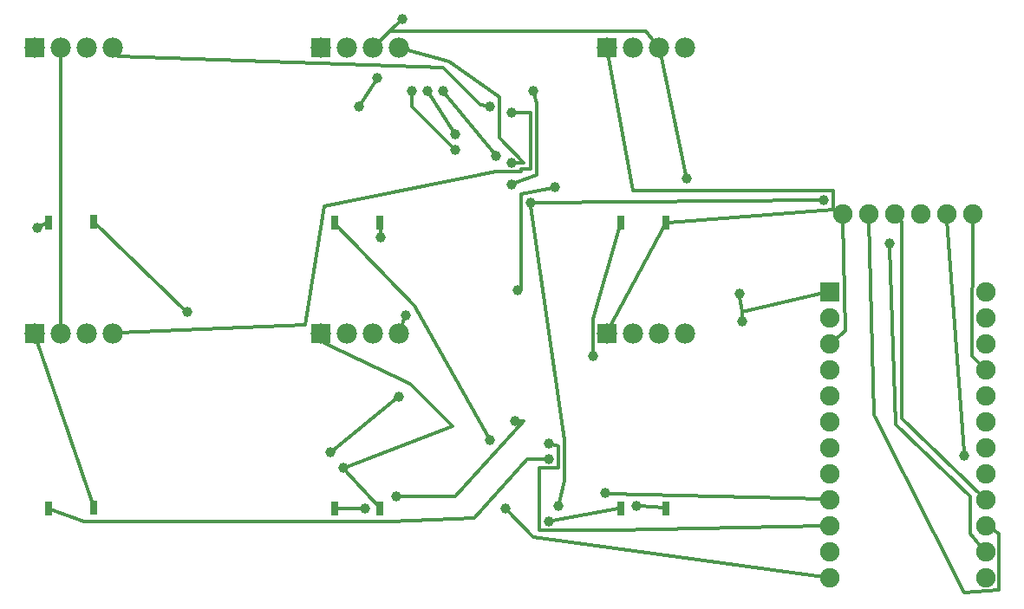
<source format=gtl>
G04 MADE WITH FRITZING*
G04 WWW.FRITZING.ORG*
G04 DOUBLE SIDED*
G04 HOLES PLATED*
G04 CONTOUR ON CENTER OF CONTOUR VECTOR*
%ASAXBY*%
%FSLAX23Y23*%
%MOIN*%
%OFA0B0*%
%SFA1.0B1.0*%
%ADD10C,0.039370*%
%ADD11C,0.075000*%
%ADD12C,0.078027*%
%ADD13C,0.078000*%
%ADD14R,0.077986X0.077944*%
%ADD15R,0.027122X0.057023*%
%ADD16R,0.028557X0.057056*%
%ADD17R,0.075000X0.075000*%
%ADD18C,0.012000*%
%LNCOPPER1*%
G90*
G70*
G54D10*
X1890Y1143D03*
X1734Y399D03*
X2214Y663D03*
X2442Y351D03*
X2610Y987D03*
X474Y1479D03*
X2442Y591D03*
X2442Y651D03*
X2214Y1947D03*
X2298Y1731D03*
X2298Y1923D03*
X2370Y1575D03*
X3498Y1587D03*
X2478Y411D03*
X2382Y2007D03*
X2298Y1647D03*
X2274Y399D03*
X1854Y447D03*
X2310Y735D03*
X2658Y459D03*
X1650Y555D03*
X1794Y1443D03*
X2778Y411D03*
X1050Y1155D03*
X2466Y1635D03*
X2322Y1239D03*
X1602Y615D03*
X1866Y831D03*
X2238Y1755D03*
X2034Y2007D03*
X1974Y2007D03*
X2082Y1839D03*
X2082Y1779D03*
X1914Y2007D03*
X4038Y603D03*
X3750Y1419D03*
X3186Y1119D03*
X2970Y1671D03*
X3174Y1227D03*
X1710Y1947D03*
X1782Y2055D03*
X1878Y2283D03*
G54D11*
X3670Y1534D03*
X3770Y1534D03*
X3870Y1534D03*
X3970Y1534D03*
X4070Y1534D03*
X3570Y1534D03*
X3670Y1534D03*
X3770Y1534D03*
X3870Y1534D03*
X3970Y1534D03*
X4070Y1534D03*
X3570Y1534D03*
G54D12*
X2965Y2174D03*
G54D13*
X2865Y2174D03*
X2765Y2174D03*
X2665Y2174D03*
G54D12*
X1864Y2174D03*
G54D13*
X1764Y2174D03*
X1664Y2174D03*
X1564Y2174D03*
G54D12*
X764Y2174D03*
G54D13*
X664Y2174D03*
X564Y2174D03*
X464Y2174D03*
G54D12*
X764Y1074D03*
G54D13*
X664Y1074D03*
X564Y1074D03*
X464Y1074D03*
G54D12*
X1864Y1074D03*
G54D13*
X1764Y1074D03*
X1664Y1074D03*
X1564Y1074D03*
G54D12*
X2965Y1074D03*
G54D13*
X2865Y1074D03*
X2765Y1074D03*
X2665Y1074D03*
G54D11*
X3521Y1234D03*
X4121Y1234D03*
X3521Y1134D03*
X4121Y1134D03*
X3521Y1034D03*
X4121Y1034D03*
X3521Y934D03*
X4121Y934D03*
X3521Y834D03*
X4121Y834D03*
X3521Y734D03*
X4121Y734D03*
X3521Y634D03*
X4121Y634D03*
X3521Y534D03*
X4121Y534D03*
X3521Y434D03*
X4121Y434D03*
X3521Y334D03*
X4121Y334D03*
X3521Y234D03*
X4121Y234D03*
X3521Y134D03*
X4121Y134D03*
G54D14*
X2665Y2174D03*
X1564Y2174D03*
X464Y2174D03*
X464Y1074D03*
X1564Y1074D03*
X2665Y1074D03*
G54D15*
X692Y402D03*
G54D16*
X517Y401D03*
G54D15*
X1792Y401D03*
G54D16*
X1617Y400D03*
G54D15*
X2892Y401D03*
G54D16*
X2718Y400D03*
G54D15*
X692Y1502D03*
G54D16*
X517Y1501D03*
G54D15*
X1792Y1501D03*
G54D16*
X1617Y1500D03*
G54D15*
X2892Y1501D03*
G54D16*
X2718Y1500D03*
G54D17*
X3521Y1234D03*
G54D18*
X564Y1098D02*
X564Y2150D01*
D02*
X1885Y1130D02*
X1873Y1097D01*
D02*
X684Y425D02*
X472Y1050D01*
D02*
X1721Y399D02*
X1626Y400D01*
D02*
X2207Y675D02*
X1926Y1179D01*
X1926Y1179D02*
X1626Y1491D01*
D02*
X2610Y1131D02*
X2711Y1477D01*
D02*
X2610Y1000D02*
X2610Y1131D01*
D02*
X2455Y353D02*
X2709Y399D01*
D02*
X486Y1485D02*
X508Y1496D01*
D02*
X1830Y351D02*
X654Y351D01*
D02*
X2154Y363D02*
X1830Y351D01*
D02*
X2358Y591D02*
X2154Y363D01*
D02*
X2429Y591D02*
X2358Y591D01*
D02*
X654Y351D02*
X526Y397D01*
D02*
X2478Y639D02*
X2478Y555D01*
D02*
X2455Y647D02*
X2478Y639D01*
D02*
X2034Y2097D02*
X786Y2139D01*
D02*
X2178Y1953D02*
X2034Y2097D01*
D02*
X2201Y1949D02*
X2178Y1953D01*
D02*
X2694Y315D02*
X3498Y333D01*
D02*
X2406Y315D02*
X2694Y315D01*
D02*
X2406Y555D02*
X2406Y315D01*
D02*
X2478Y555D02*
X2406Y555D01*
D02*
X2250Y1983D02*
X2058Y2121D01*
D02*
X2250Y1827D02*
X2250Y1983D01*
D02*
X2346Y1731D02*
X2250Y1827D01*
D02*
X2311Y1731D02*
X2346Y1731D01*
D02*
X786Y2139D02*
X777Y2153D01*
D02*
X2058Y2121D02*
X1888Y2168D01*
D02*
X2370Y1707D02*
X2334Y1707D01*
D02*
X2370Y1923D02*
X2370Y1707D01*
D02*
X2311Y1923D02*
X2370Y1923D01*
D02*
X1578Y1563D02*
X1506Y1107D01*
D02*
X2238Y1695D02*
X1578Y1563D01*
D02*
X2334Y1695D02*
X2238Y1695D01*
D02*
X2334Y1707D02*
X2334Y1695D01*
D02*
X1506Y1107D02*
X788Y1075D01*
D02*
X4070Y1511D02*
X4068Y987D01*
X4068Y987D02*
X4105Y950D01*
D02*
X2383Y1575D02*
X3485Y1587D01*
D02*
X2502Y663D02*
X2372Y1562D01*
D02*
X2502Y507D02*
X2502Y663D01*
D02*
X2481Y424D02*
X2502Y507D01*
D02*
X2394Y1683D02*
X2311Y1652D01*
D02*
X2394Y1959D02*
X2394Y1683D01*
D02*
X2385Y1994D02*
X2394Y1959D01*
D02*
X3498Y137D02*
X2382Y291D01*
X2382Y291D02*
X2284Y389D01*
D02*
X2082Y447D02*
X2346Y735D01*
D02*
X1867Y447D02*
X2082Y447D01*
D02*
X2346Y735D02*
X2323Y735D01*
D02*
X2671Y458D02*
X3498Y435D01*
D02*
X2766Y1623D02*
X2669Y2150D01*
D02*
X3534Y1623D02*
X2766Y1623D01*
D02*
X3534Y1551D02*
X3534Y1623D01*
D02*
X2901Y1501D02*
X3534Y1551D01*
D02*
X2676Y1095D02*
X2884Y1486D01*
D02*
X3549Y1544D02*
X3534Y1551D01*
D02*
X3539Y1048D02*
X3582Y1083D01*
X3582Y1083D02*
X3570Y1511D01*
D02*
X1578Y1035D02*
X1908Y879D01*
D02*
X1572Y1051D02*
X1578Y1035D01*
D02*
X2070Y717D02*
X1663Y560D01*
D02*
X1908Y879D02*
X2070Y717D01*
D02*
X1793Y1478D02*
X1794Y1456D01*
D02*
X2884Y402D02*
X2791Y410D01*
D02*
X1784Y410D02*
X1659Y545D01*
D02*
X700Y1494D02*
X1040Y1164D01*
D02*
X2334Y1239D02*
X2335Y1239D01*
D02*
X2334Y1611D02*
X2334Y1239D01*
D02*
X2453Y1632D02*
X2334Y1611D01*
D02*
X1612Y623D02*
X1856Y822D01*
D02*
X2230Y1765D02*
X2042Y1996D01*
D02*
X1981Y1996D02*
X2075Y1850D01*
D02*
X2073Y1788D02*
X1914Y1947D01*
D02*
X3798Y747D02*
X4104Y450D01*
D02*
X3798Y1503D02*
X3798Y747D01*
D02*
X3785Y1517D02*
X3798Y1503D01*
D02*
X1914Y1947D02*
X1914Y1993D01*
D02*
X4062Y447D02*
X4062Y303D01*
D02*
X3774Y723D02*
X4062Y447D01*
D02*
X3750Y1405D02*
X3774Y723D01*
D02*
X4037Y616D02*
X3971Y1511D01*
D02*
X4062Y303D02*
X4106Y251D01*
D02*
X4170Y303D02*
X4170Y87D01*
D02*
X4140Y322D02*
X4170Y303D01*
D02*
X4038Y75D02*
X3690Y759D01*
D02*
X4170Y87D02*
X4038Y75D01*
D02*
X3186Y1155D02*
X3498Y1229D01*
D02*
X3186Y1132D02*
X3186Y1155D01*
D02*
X3690Y759D02*
X3670Y1511D01*
D02*
X2870Y2150D02*
X2967Y1684D01*
D02*
X3176Y1214D02*
X3186Y1155D01*
D02*
X2814Y2235D02*
X2849Y2193D01*
D02*
X1830Y2235D02*
X2814Y2235D01*
D02*
X1782Y2191D02*
X1830Y2235D01*
D02*
X1717Y1958D02*
X1775Y2044D01*
D02*
X1868Y2274D02*
X1782Y2191D01*
G04 End of Copper1*
M02*
</source>
